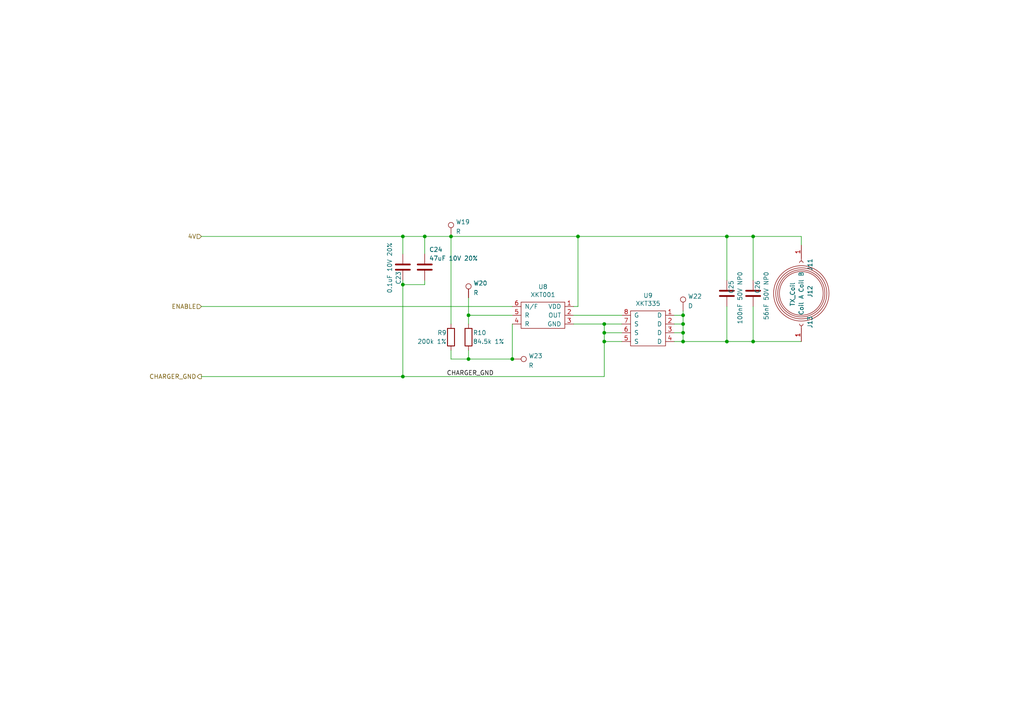
<source format=kicad_sch>
(kicad_sch (version 20211123) (generator eeschema)
  (paper "A4")
  (lib_symbols
    (symbol "Connector:Conn_01x01_Female" (pin_names (offset 1.016) hide)
      (property "Reference" "J" (at 0 2.54 0))
      (property "Value" "Conn_01x01_Female" (at 0 -2.54 0))
      (symbol "Conn_01x01_Female_1_1"
        (polyline (pts (xy -1.27 0) (xy -0.508 0)) (stroke (width 0.1524)))
        (arc (start 0 0.508) (mid -0.508 0) (end 0 -0.508) (stroke (width 0.1524)))
        (pin passive line (at -5.08 0 0) (length 3.81) (name "Pin_1") (number "1"))
      )
    )
    (symbol "Device:C" (pin_numbers hide) (pin_names (offset 0.254))
      (property "Reference" "C" (at 0.635 2.54 0))
      (property "Value" "C" (at 0.635 -2.54 0))
      (symbol "C_0_1"
        (polyline (pts (xy -2.032 -0.762) (xy 2.032 -0.762)) (stroke (width 0.508)))
        (polyline (pts (xy -2.032 0.762) (xy 2.032 0.762)) (stroke (width 0.508)))
      )
      (symbol "C_1_1"
        (pin passive line (at 0 3.81 270) (length 2.794) (name "~") (number "1"))
        (pin passive line (at 0 -3.81 90) (length 2.794) (name "~") (number "2"))
      )
    )
    (symbol "Device:R" (pin_numbers hide) (pin_names (offset 0))
      (property "Reference" "R" (at 2.032 0 90))
      (property "Value" "R" (at 0 0 90))
      (symbol "R_0_1"
        (rectangle (start -1.016 -2.54) (end 1.016 2.54) (stroke (width 0.254)))
      )
      (symbol "R_1_1"
        (pin passive line (at 0 3.81 270) (length 1.27) (name "~") (number "1"))
        (pin passive line (at 0 -3.81 90) (length 1.27) (name "~") (number "2"))
      )
    )
    (symbol "Pixels-dice:TEST_1P-conn" (pin_numbers hide) (pin_names (offset 0.762) hide)
      (property "Reference" "W" (at 0 6.858 0))
      (property "Value" "TEST_1P-conn" (at 0 5.08 0))
      (symbol "TEST_1P-conn_0_1"
        (circle (center 0 3.302) (radius 0.762))
      )
      (symbol "TEST_1P-conn_1_1"
        (pin passive line (at 0 0 90) (length 2.54) (name "1") (number "1"))
      )
    )
    (symbol "Pixels-dice:TX_Coil"
      (property "Reference" "J" (at 0 10.16 0))
      (property "Value" "TX_Coil" (at 0 -10.16 0))
      (symbol "TX_Coil_0_1"
        (circle (center 0 0) (radius 6.35))
        (circle (center 0 0) (radius 6.8392))
        (circle (center 0 0) (radius 7.4053))
        (circle (center 0 0) (radius 8.0322))
      )
    )
    (symbol "Pixels-dice:XKT001" (pin_names (offset 1.016))
      (property "Reference" "U" (at 0 5.08 0))
      (property "Value" "XKT001" (at 0 -5.08 0))
      (symbol "XKT001_0_1"
        (rectangle (start -6.35 3.81) (end 6.35 -3.81))
      )
      (symbol "XKT001_1_1"
        (pin power_in line (at -8.89 2.54 0) (length 2.54) (name "VDD") (number "1"))
        (pin output line (at -8.89 0 0) (length 2.54) (name "OUT") (number "2"))
        (pin power_in line (at -8.89 -2.54 0) (length 2.54) (name "GND") (number "3"))
        (pin passive line (at 8.89 -2.54 180) (length 2.54) (name "R") (number "4"))
        (pin passive line (at 8.89 0 180) (length 2.54) (name "R") (number "5"))
        (pin input line (at 8.89 2.54 180) (length 2.54) (name "N/F") (number "6"))
      )
    )
    (symbol "Pixels-dice:XKT335" (pin_names (offset 1.016))
      (property "Reference" "U" (at 0 6.35 0))
      (property "Value" "XKT335" (at 0 -6.35 0))
      (symbol "XKT335_0_1"
        (rectangle (start -5.08 5.08) (end 5.08 -5.08))
      )
      (symbol "XKT335_1_1"
        (pin input line (at -7.62 3.81 0) (length 2.54) (name "D") (number "1"))
        (pin input line (at -7.62 1.27 0) (length 2.54) (name "D") (number "2"))
        (pin input line (at -7.62 -1.27 0) (length 2.54) (name "D") (number "3"))
        (pin input line (at -7.62 -3.81 0) (length 2.54) (name "D") (number "4"))
        (pin input line (at 7.62 -3.81 180) (length 2.54) (name "S") (number "5"))
        (pin input line (at 7.62 -1.27 180) (length 2.54) (name "S") (number "6"))
        (pin input line (at 7.62 1.27 180) (length 2.54) (name "S") (number "7"))
        (pin input line (at 7.62 3.81 180) (length 2.54) (name "G") (number "8"))
      )
    )
  )
  (junction (at 210.82 68.58))
  (junction (at 148.59 104.14))
  (junction (at 116.84 109.22))
  (junction (at 175.26 96.52))
  (junction (at 130.81 68.58))
  (junction (at 175.26 93.98))
  (junction (at 167.64 68.58))
  (junction (at 218.44 68.58))
  (junction (at 116.84 82.55))
  (junction (at 198.12 96.52))
  (junction (at 116.84 68.58))
  (junction (at 135.89 104.14))
  (junction (at 218.44 99.06))
  (junction (at 198.12 99.06))
  (junction (at 210.82 99.06))
  (junction (at 123.19 68.58))
  (junction (at 175.26 99.06))
  (junction (at 198.12 93.98))
  (junction (at 135.89 91.44))
  (junction (at 198.12 91.44))
  (wire (pts (xy 148.59 93.98) (xy 148.59 104.14)))
  (wire (pts (xy 218.44 99.06) (xy 232.41 99.06)))
  (wire (pts (xy 175.26 99.06) (xy 175.26 109.22)))
  (wire (pts (xy 167.64 68.58) (xy 167.64 88.9)))
  (wire (pts (xy 135.89 104.14) (xy 130.81 104.14)))
  (wire (pts (xy 175.26 96.52) (xy 175.26 99.06)))
  (wire (pts (xy 166.37 88.9) (xy 167.64 88.9)))
  (wire (pts (xy 135.89 104.14) (xy 148.59 104.14)))
  (wire (pts (xy 58.42 109.22) (xy 116.84 109.22)))
  (wire (pts (xy 135.89 93.98) (xy 135.89 91.44)))
  (wire (pts (xy 166.37 91.44) (xy 180.34 91.44)))
  (wire (pts (xy 175.26 99.06) (xy 180.34 99.06)))
  (wire (pts (xy 218.44 81.28) (xy 218.44 68.58)))
  (wire (pts (xy 130.81 104.14) (xy 130.81 101.6)))
  (wire (pts (xy 123.19 81.28) (xy 123.19 82.55)))
  (wire (pts (xy 123.19 82.55) (xy 116.84 82.55)))
  (wire (pts (xy 210.82 88.9) (xy 210.82 99.06)))
  (wire (pts (xy 58.42 88.9) (xy 148.59 88.9)))
  (wire (pts (xy 198.12 91.44) (xy 198.12 90.17)))
  (wire (pts (xy 195.58 91.44) (xy 198.12 91.44)))
  (wire (pts (xy 135.89 91.44) (xy 148.59 91.44)))
  (wire (pts (xy 198.12 91.44) (xy 198.12 93.98)))
  (wire (pts (xy 218.44 88.9) (xy 218.44 99.06)))
  (wire (pts (xy 198.12 93.98) (xy 198.12 96.52)))
  (wire (pts (xy 195.58 96.52) (xy 198.12 96.52)))
  (wire (pts (xy 175.26 96.52) (xy 175.26 93.98)))
  (wire (pts (xy 180.34 93.98) (xy 175.26 93.98)))
  (wire (pts (xy 210.82 68.58) (xy 218.44 68.58)))
  (wire (pts (xy 116.84 81.28) (xy 116.84 82.55)))
  (wire (pts (xy 198.12 99.06) (xy 210.82 99.06)))
  (wire (pts (xy 135.89 86.36) (xy 135.89 91.44)))
  (wire (pts (xy 58.42 68.58) (xy 116.84 68.58)))
  (wire (pts (xy 116.84 73.66) (xy 116.84 68.58)))
  (wire (pts (xy 123.19 68.58) (xy 123.19 73.66)))
  (wire (pts (xy 175.26 93.98) (xy 166.37 93.98)))
  (wire (pts (xy 210.82 99.06) (xy 218.44 99.06)))
  (wire (pts (xy 123.19 68.58) (xy 130.81 68.58)))
  (wire (pts (xy 232.41 68.58) (xy 218.44 68.58)))
  (wire (pts (xy 130.81 68.58) (xy 167.64 68.58)))
  (wire (pts (xy 232.41 71.12) (xy 232.41 68.58)))
  (wire (pts (xy 135.89 104.14) (xy 135.89 101.6)))
  (wire (pts (xy 116.84 82.55) (xy 116.84 109.22)))
  (wire (pts (xy 210.82 81.28) (xy 210.82 68.58)))
  (wire (pts (xy 180.34 96.52) (xy 175.26 96.52)))
  (wire (pts (xy 130.81 68.58) (xy 130.81 93.98)))
  (wire (pts (xy 116.84 109.22) (xy 175.26 109.22)))
  (wire (pts (xy 167.64 68.58) (xy 210.82 68.58)))
  (wire (pts (xy 195.58 93.98) (xy 198.12 93.98)))
  (wire (pts (xy 116.84 68.58) (xy 123.19 68.58)))
  (wire (pts (xy 198.12 99.06) (xy 195.58 99.06)))
  (wire (pts (xy 198.12 96.52) (xy 198.12 99.06)))
  (label "CHARGER_GND" (at 129.54 109.22 0))
  (hierarchical_label "CHARGER_GND" (shape output) (at 58.42 109.22 180))
  (hierarchical_label "4V" (shape input) (at 58.42 68.58 180))
  (hierarchical_label "ENABLE" (shape input) (at 58.42 88.9 180))
  (symbol (lib_id "Pixels-dice:XKT335") (at 187.96 95.25 0) (mirror y) (unit 1)
    (property "Reference" "U9" (at 187.96 85.725 0))
    (property "Value" "XKT335" (at 187.96 88.0364 0))
    (property "Footprint" "Pixels-dice:SOIC-8_3.9x4.9mm_P1.27mm" (effects hide))
    (property "Manufacturer" "XKT" (effects hide))
    (property "Manufacturer Part Number" "XKT-335" (effects hide))
    (property "Generic OK" "NO" (effects hide))
  )
  (symbol (lib_id "Pixels-dice:TEST_1P-conn") (at 148.59 104.14 270) (unit 1)
    (property "Reference" "W23" (at 153.289 103.2315 90) (effects (justify left)))
    (property "Value" "R" (at 153.289 106.0066 90) (effects (justify left)))
    (property "Footprint" "Pixels-dice:TEST_PIN" (effects hide))
  )
  (symbol (lib_id "Pixels-dice:TEST_1P-conn") (at 135.89 86.36 0) (unit 1)
    (property "Reference" "W20" (at 137.287 82.1495 0) (effects (justify left)))
    (property "Value" "R" (at 137.287 84.9246 0) (effects (justify left)))
    (property "Footprint" "Pixels-dice:TEST_PIN" (effects hide))
  )
  (symbol (lib_id "Device:R") (at 130.81 97.79 0) (mirror x) (unit 1)
    (property "Reference" "R9" (at 129.54 96.52 0) (effects (justify right)))
    (property "Value" "200k 1%" (at 129.54 99.06 0) (effects (justify right)))
    (property "Footprint" "Resistor_SMD:R_0402_1005Metric" (effects hide))
    (property "LCSC Part Number" "C25764" (effects hide))
    (property "Manufacturer" "UNI-ROYAL(Uniroyal Elec)" (effects hide))
    (property "Manufacturer Part Number" "0402WGF2003TCE" (effects hide))
    (property "Generic OK" "YES" (effects hide))
  )
  (symbol (lib_id "Pixels-dice:TEST_1P-conn") (at 130.81 68.58 0) (unit 1)
    (property "Reference" "W19" (at 132.207 64.3695 0) (effects (justify left)))
    (property "Value" "R" (at 132.207 67.1446 0) (effects (justify left)))
    (property "Footprint" "Pixels-dice:TEST_PIN" (effects hide))
  )
  (symbol (lib_id "Device:C") (at 210.82 85.09 0) (mirror x) (unit 1)
    (property "Reference" "C25" (at 212.09 81.28 90) (effects (justify left)))
    (property "Value" "100nF 50V NP0" (at 214.63 78.74 90) (effects (justify left)))
    (property "Footprint" "Capacitor_SMD:C_1206_3216Metric" (effects hide))
    (property "LCSC Part Number" "C21812" (effects hide))
    (property "Manufacturer" "Murata" (effects hide))
    (property "Manufacturer Part Number" "GRM31C5C1H104JA01L" (effects hide))
    (property "Generic OK" "NO" (effects hide))
  )
  (symbol (lib_id "Pixels-dice:XKT001") (at 157.48 91.44 0) (mirror y) (unit 1)
    (property "Reference" "U8" (at 157.48 83.185 0))
    (property "Value" "XKT001" (at 157.48 85.4964 0))
    (property "Footprint" "Package_TO_SOT_SMD:SOT-23-6" (effects hide))
    (property "Manufacturer" "XKT" (effects hide))
    (property "Manufacturer Part Number" "XKT-001" (effects hide))
    (property "Generic OK" "NO" (effects hide))
  )
  (symbol (lib_id "Device:C") (at 116.84 77.47 0) (unit 1)
    (property "Reference" "C23" (at 115.57 82.55 90) (effects (justify left)))
    (property "Value" "0.1uF 10V 20%" (at 113.03 85.09 90) (effects (justify left)))
    (property "Footprint" "Capacitor_SMD:C_0402_1005Metric" (effects hide))
    (property "LCSC Part Number" "C2168305" (effects hide))
    (property "Manufacturer" "Murata" (effects hide))
    (property "Manufacturer Part Number" "GRM155R61H104KE19D" (effects hide))
    (property "Generic OK" "YES" (effects hide))
  )
  (symbol (lib_id "Device:R") (at 135.89 97.79 0) (mirror x) (unit 1)
    (property "Reference" "R10" (at 137.16 96.52 0) (effects (justify left)))
    (property "Value" "84.5k 1%" (at 137.16 99.06 0) (effects (justify left)))
    (property "Footprint" "Resistor_SMD:R_0402_1005Metric" (effects hide))
    (property "LCSC Part Number" "C26988" (effects hide))
    (property "Manufacturer" "UNI-ROYAL(Uniroyal Elec)" (effects hide))
    (property "Manufacturer Part Number" "0402WGF8452TCE" (effects hide))
    (property "Generic OK" "YES" (effects hide))
  )
  (symbol (lib_id "Device:C") (at 123.19 77.47 0) (unit 1)
    (property "Reference" "C24" (at 124.46 72.39 0) (effects (justify left)))
    (property "Value" "47uF 10V 20%" (at 124.46 74.93 0) (effects (justify left)))
    (property "Footprint" "Capacitor_SMD:C_1206_3216Metric" (effects hide))
    (property "LCSC Part Number" "C94034" (effects hide))
    (property "Manufacturer" "Murata" (effects hide))
    (property "Manufacturer Part Number" "GRM31CR61A476ME15L" (effects hide))
    (property "Generic OK" "YES" (effects hide))
  )
  (symbol (lib_id "Device:C") (at 218.44 85.09 0) (mirror x) (unit 1)
    (property "Reference" "C26" (at 219.71 81.28 90) (effects (justify left)))
    (property "Value" "56nF 50V NP0" (at 222.25 78.74 90) (effects (justify left)))
    (property "Footprint" "Capacitor_SMD:C_1206_3216Metric" (effects hide))
    (property "LCSC Part Number" "C441752" (effects hide))
    (property "Manufacturer" "Murata" (effects hide))
    (property "Manufacturer Part Number" "GRM31M5C1H563JA01L" (effects hide))
    (property "Generic OK" "NO" (effects hide))
  )
  (symbol (lib_id "Pixels-dice:TX_Coil") (at 232.41 85.09 0) (unit 1)
    (property "Reference" "J12" (at 234.95 86.36 90) (effects (justify left)))
    (property "Value" "TX_Coil" (at 229.87 88.9 90) (effects (justify left)))
    (property "Footprint" "Pixels-dice:TX Coil" (effects hide))
  )
  (symbol (lib_id "Connector:Conn_01x01_Female") (at 232.41 76.2 90) (mirror x) (unit 1)
    (property "Reference" "J11" (at 234.95 74.93 0) (effects (justify left)))
    (property "Value" "Coil B" (at 232.41 78.74 0) (effects (justify left)))
    (property "Footprint" "TestPoint:TestPoint_THTPad_D2.0mm_Drill1.0mm" (effects hide))
  )
  (symbol (lib_id "Pixels-dice:TEST_1P-conn") (at 198.12 90.17 0) (unit 1)
    (property "Reference" "W22" (at 199.517 85.9595 0) (effects (justify left)))
    (property "Value" "D" (at 199.517 88.7346 0) (effects (justify left)))
    (property "Footprint" "Pixels-dice:TEST_PIN" (effects hide))
  )
  (symbol (lib_id "Connector:Conn_01x01_Female") (at 232.41 93.98 270) (mirror x) (unit 1)
    (property "Reference" "J13" (at 234.95 95.25 0) (effects (justify left)))
    (property "Value" "Coil A" (at 232.41 91.44 0) (effects (justify left)))
    (property "Footprint" "TestPoint:TestPoint_THTPad_D2.0mm_Drill1.0mm" (effects hide))
  )
)
</source>
